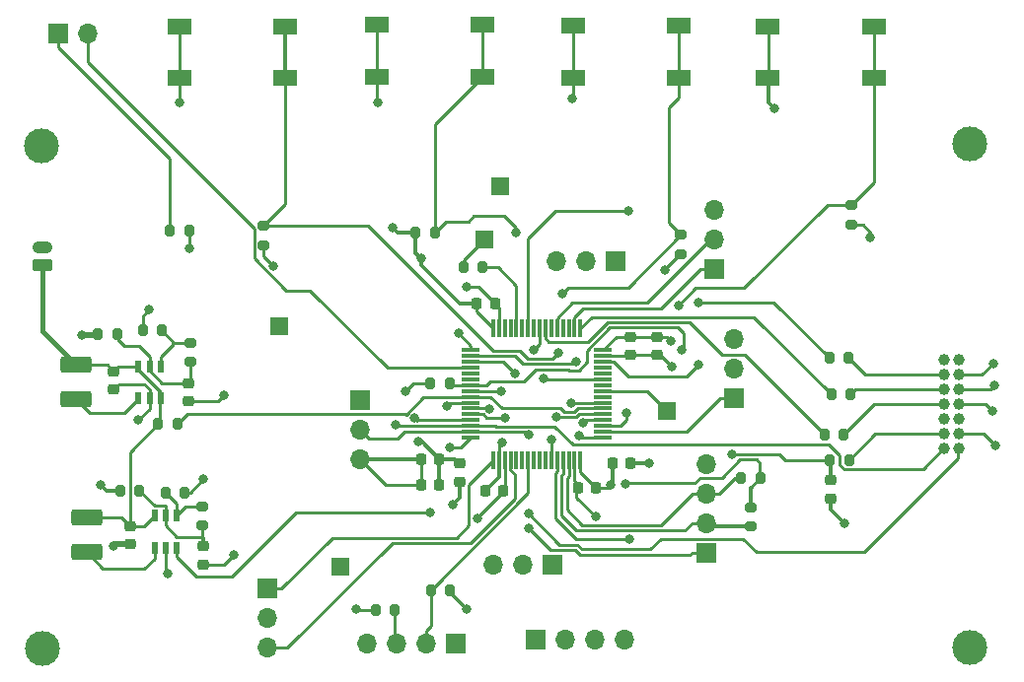
<source format=gbr>
%TF.GenerationSoftware,KiCad,Pcbnew,8.0.6*%
%TF.CreationDate,2024-12-13T11:58:04-05:00*%
%TF.ProjectId,11_9_design,31315f39-5f64-4657-9369-676e2e6b6963,v6*%
%TF.SameCoordinates,Original*%
%TF.FileFunction,Copper,L1,Top*%
%TF.FilePolarity,Positive*%
%FSLAX46Y46*%
G04 Gerber Fmt 4.6, Leading zero omitted, Abs format (unit mm)*
G04 Created by KiCad (PCBNEW 8.0.6) date 2024-12-13 11:58:04*
%MOMM*%
%LPD*%
G01*
G04 APERTURE LIST*
G04 Aperture macros list*
%AMRoundRect*
0 Rectangle with rounded corners*
0 $1 Rounding radius*
0 $2 $3 $4 $5 $6 $7 $8 $9 X,Y pos of 4 corners*
0 Add a 4 corners polygon primitive as box body*
4,1,4,$2,$3,$4,$5,$6,$7,$8,$9,$2,$3,0*
0 Add four circle primitives for the rounded corners*
1,1,$1+$1,$2,$3*
1,1,$1+$1,$4,$5*
1,1,$1+$1,$6,$7*
1,1,$1+$1,$8,$9*
0 Add four rect primitives between the rounded corners*
20,1,$1+$1,$2,$3,$4,$5,0*
20,1,$1+$1,$4,$5,$6,$7,0*
20,1,$1+$1,$6,$7,$8,$9,0*
20,1,$1+$1,$8,$9,$2,$3,0*%
G04 Aperture macros list end*
%TA.AperFunction,ComponentPad*%
%ADD10C,3.000000*%
%TD*%
%TA.AperFunction,ComponentPad*%
%ADD11C,1.000000*%
%TD*%
%TA.AperFunction,ComponentPad*%
%ADD12R,1.700000X1.700000*%
%TD*%
%TA.AperFunction,ComponentPad*%
%ADD13O,1.700000X1.700000*%
%TD*%
%TA.AperFunction,SMDPad,CuDef*%
%ADD14RoundRect,0.200000X0.200000X0.275000X-0.200000X0.275000X-0.200000X-0.275000X0.200000X-0.275000X0*%
%TD*%
%TA.AperFunction,SMDPad,CuDef*%
%ADD15RoundRect,0.200000X0.275000X-0.200000X0.275000X0.200000X-0.275000X0.200000X-0.275000X-0.200000X0*%
%TD*%
%TA.AperFunction,SMDPad,CuDef*%
%ADD16RoundRect,0.200000X-0.275000X0.200000X-0.275000X-0.200000X0.275000X-0.200000X0.275000X0.200000X0*%
%TD*%
%TA.AperFunction,SMDPad,CuDef*%
%ADD17RoundRect,0.225000X0.225000X0.250000X-0.225000X0.250000X-0.225000X-0.250000X0.225000X-0.250000X0*%
%TD*%
%TA.AperFunction,SMDPad,CuDef*%
%ADD18RoundRect,0.218750X-0.256250X0.218750X-0.256250X-0.218750X0.256250X-0.218750X0.256250X0.218750X0*%
%TD*%
%TA.AperFunction,ComponentPad*%
%ADD19RoundRect,0.250000X0.615000X-0.265000X0.615000X0.265000X-0.615000X0.265000X-0.615000X-0.265000X0*%
%TD*%
%TA.AperFunction,ComponentPad*%
%ADD20O,1.730000X1.030000*%
%TD*%
%TA.AperFunction,SMDPad,CuDef*%
%ADD21RoundRect,0.200000X-0.200000X-0.275000X0.200000X-0.275000X0.200000X0.275000X-0.200000X0.275000X0*%
%TD*%
%TA.AperFunction,SMDPad,CuDef*%
%ADD22RoundRect,0.250001X-1.074999X0.462499X-1.074999X-0.462499X1.074999X-0.462499X1.074999X0.462499X0*%
%TD*%
%TA.AperFunction,ComponentPad*%
%ADD23RoundRect,0.250000X-0.550000X-0.550000X0.550000X-0.550000X0.550000X0.550000X-0.550000X0.550000X0*%
%TD*%
%TA.AperFunction,SMDPad,CuDef*%
%ADD24RoundRect,0.225000X-0.250000X0.225000X-0.250000X-0.225000X0.250000X-0.225000X0.250000X0.225000X0*%
%TD*%
%TA.AperFunction,SMDPad,CuDef*%
%ADD25RoundRect,0.075000X-0.700000X-0.075000X0.700000X-0.075000X0.700000X0.075000X-0.700000X0.075000X0*%
%TD*%
%TA.AperFunction,SMDPad,CuDef*%
%ADD26RoundRect,0.075000X-0.075000X-0.700000X0.075000X-0.700000X0.075000X0.700000X-0.075000X0.700000X0*%
%TD*%
%TA.AperFunction,SMDPad,CuDef*%
%ADD27R,2.108200X1.397000*%
%TD*%
%TA.AperFunction,SMDPad,CuDef*%
%ADD28RoundRect,0.225000X-0.225000X-0.250000X0.225000X-0.250000X0.225000X0.250000X-0.225000X0.250000X0*%
%TD*%
%TA.AperFunction,SMDPad,CuDef*%
%ADD29R,0.599999X1.000000*%
%TD*%
%TA.AperFunction,ViaPad*%
%ADD30C,0.800000*%
%TD*%
%TA.AperFunction,Conductor*%
%ADD31C,0.250000*%
%TD*%
%TA.AperFunction,Conductor*%
%ADD32C,0.300000*%
%TD*%
%TA.AperFunction,Conductor*%
%ADD33C,0.500000*%
%TD*%
%TA.AperFunction,Conductor*%
%ADD34C,0.381000*%
%TD*%
G04 APERTURE END LIST*
D10*
%TO.P,,*%
%TO.N,GND*%
X135300000Y-88900000D03*
%TD*%
%TO.P,,*%
%TO.N,GND*%
X135300000Y-132100000D03*
%TD*%
%TO.P,,*%
%TO.N,GND*%
X55700000Y-132200000D03*
%TD*%
%TO.P,,*%
%TO.N,GND*%
X55650000Y-89050000D03*
%TD*%
D11*
%TO.P,J12,1,Pin_1*%
%TO.N,unconnected-(J12-Pin_1-Pad1)*%
X134320000Y-107380000D03*
%TO.P,J12,2,Pin_2*%
%TO.N,unconnected-(J12-Pin_2-Pad2)*%
X133050000Y-107380000D03*
%TO.P,J12,3,Pin_3*%
%TO.N,+3.3V*%
X134320000Y-108650000D03*
%TO.P,J12,4,Pin_4*%
%TO.N,Net-(J12-Pin_4)*%
X133050000Y-108650000D03*
%TO.P,J12,5,Pin_5*%
%TO.N,GND*%
X134320000Y-109920000D03*
%TO.P,J12,6,Pin_6*%
%TO.N,Net-(J12-Pin_6)*%
X133050000Y-109920000D03*
%TO.P,J12,7,Pin_7*%
%TO.N,GND*%
X134320000Y-111190000D03*
%TO.P,J12,8,Pin_8*%
%TO.N,Net-(J12-Pin_8)*%
X133050000Y-111190000D03*
%TO.P,J12,9,Pin_9*%
%TO.N,unconnected-(J12-Pin_9-Pad9)*%
X134320000Y-112460000D03*
%TO.P,J12,10,Pin_10*%
%TO.N,unconnected-(J12-Pin_10-Pad10)*%
X133050000Y-112460000D03*
%TO.P,J12,11,Pin_11*%
%TO.N,GND*%
X134320000Y-113730000D03*
%TO.P,J12,12,Pin_12*%
%TO.N,Net-(J12-Pin_12)*%
X133050000Y-113730000D03*
%TO.P,J12,13,Pin_13*%
%TO.N,/A1_UART4_RX*%
X134320000Y-115000000D03*
%TO.P,J12,14,Pin_14*%
%TO.N,/A0_UART4_TX*%
X133050000Y-115000000D03*
%TD*%
D12*
%TO.P,J5,1,Pin_1*%
%TO.N,Net-(J5-Pin_1)*%
X57075000Y-79350000D03*
D13*
%TO.P,J5,2,Pin_2*%
%TO.N,GPIO_OUT_C15*%
X59615000Y-79350000D03*
%TD*%
D14*
%TO.P,R10,1*%
%TO.N,Net-(J12-Pin_12)*%
X124943300Y-116030000D03*
%TO.P,R10,2*%
%TO.N,/NRST*%
X123293300Y-116030000D03*
%TD*%
D15*
%TO.P,R15,1*%
%TO.N,Net-(U4-VOUT)*%
X69450000Y-121675000D03*
%TO.P,R15,2*%
%TO.N,Net-(U4-FB)*%
X69450000Y-120025000D03*
%TD*%
D16*
%TO.P,R5,2*%
%TO.N,/I2C4_SCL*%
X116475000Y-121750000D03*
%TO.P,R5,1*%
%TO.N,GPIO_OUT_C13*%
X116475000Y-120100000D03*
%TD*%
D17*
%TO.P,C1,1*%
%TO.N,+3.3V*%
X95243300Y-118630000D03*
%TO.P,C1,2*%
%TO.N,GND*%
X93693300Y-118630000D03*
%TD*%
D15*
%TO.P,R19,1*%
%TO.N,+3.3V*%
X125100000Y-95775000D03*
%TO.P,R19,2*%
%TO.N,GPIO_IN_B2*%
X125100000Y-94125000D03*
%TD*%
D12*
%TO.P,J4,1,Pin_1*%
%TO.N,/A0_UART4_TX*%
X82918300Y-110840000D03*
D13*
%TO.P,J4,2,Pin_2*%
%TO.N,/A1_UART4_RX*%
X82918300Y-113380000D03*
%TO.P,J4,3,Pin_3*%
%TO.N,GND*%
X82918300Y-115920000D03*
%TD*%
D18*
%TO.P,FB1,1*%
%TO.N,+3.3VA*%
X91493300Y-116305000D03*
%TO.P,FB1,2*%
%TO.N,+3.3V*%
X91493300Y-117880000D03*
%TD*%
D19*
%TO.P,J11,1,Pin_1*%
%TO.N,Net-(J11-Pin_1)*%
X55718300Y-99280000D03*
D20*
%TO.P,J11,2,Pin_2*%
%TO.N,GND*%
X55718300Y-97780000D03*
%TD*%
D21*
%TO.P,R18,1*%
%TO.N,+3.3V*%
X87718300Y-96480000D03*
%TO.P,R18,2*%
%TO.N,GPIO_IN_A10*%
X89368300Y-96480000D03*
%TD*%
D22*
%TO.P,L2,1,1*%
%TO.N,Net-(J11-Pin_1)*%
X59468300Y-120955000D03*
%TO.P,L2,2,2*%
%TO.N,Net-(U4-SW)*%
X59468300Y-123930000D03*
%TD*%
D21*
%TO.P,R16,1*%
%TO.N,Net-(U4-FB)*%
X66268300Y-118830000D03*
%TO.P,R16,2*%
%TO.N,GND*%
X67918300Y-118830000D03*
%TD*%
D17*
%TO.P,C10,1*%
%TO.N,+3.3VA*%
X89743300Y-115930000D03*
%TO.P,C10,2*%
%TO.N,GND*%
X88193300Y-115930000D03*
%TD*%
D23*
%TO.P,J7,1,Pin_1*%
%TO.N,Net-(J7-Pin_1)*%
X93650000Y-97100000D03*
%TD*%
D21*
%TO.P,R4,1*%
%TO.N,+5V*%
X62368300Y-118680000D03*
%TO.P,R4,2*%
%TO.N,Net-(U4-VOUT)*%
X64018300Y-118680000D03*
%TD*%
D24*
%TO.P,CO1,1*%
%TO.N,Net-(U3-VOUT)*%
X68268300Y-109405000D03*
%TO.P,CO1,2*%
%TO.N,GND*%
X68268300Y-110955000D03*
%TD*%
D21*
%TO.P,R3,1*%
%TO.N,+5V*%
X84275000Y-128950000D03*
%TO.P,R3,2*%
%TO.N,/I2C3_SDA*%
X85925000Y-128950000D03*
%TD*%
D14*
%TO.P,R7,2*%
%TO.N,/I2C4_SDA*%
X115643300Y-117580000D03*
%TO.P,R7,1*%
%TO.N,GPIO_OUT_C13*%
X117293300Y-117580000D03*
%TD*%
D22*
%TO.P,L1,1,1*%
%TO.N,Net-(J11-Pin_1)*%
X58618300Y-107842500D03*
%TO.P,L1,2,2*%
%TO.N,Net-(U3-SW)*%
X58618300Y-110817500D03*
%TD*%
D15*
%TO.P,R21,1*%
%TO.N,+3.3V*%
X74668300Y-97555000D03*
%TO.P,R21,2*%
%TO.N,GPIO_IN_C6*%
X74668300Y-95905000D03*
%TD*%
D24*
%TO.P,C5,1*%
%TO.N,+3.3V*%
X108418300Y-105455000D03*
%TO.P,C5,2*%
%TO.N,GND*%
X108418300Y-107005000D03*
%TD*%
D12*
%TO.P,J1,1,Pin_1*%
%TO.N,GPIO_OUT_B15*%
X98010000Y-131450000D03*
D13*
%TO.P,J1,2,Pin_2*%
%TO.N,/I2C4_SCL*%
X100550000Y-131450000D03*
%TO.P,J1,3,Pin_3*%
%TO.N,/I2C4_SDA*%
X103090000Y-131450000D03*
%TO.P,J1,4,Pin_4*%
%TO.N,GND*%
X105630000Y-131450000D03*
%TD*%
D24*
%TO.P,C6,1*%
%TO.N,+3.3V*%
X106118300Y-105430000D03*
%TO.P,C6,2*%
%TO.N,GND*%
X106118300Y-106980000D03*
%TD*%
D12*
%TO.P,J2,1,Pin_1*%
%TO.N,+5V*%
X91168300Y-131830000D03*
D13*
%TO.P,J2,2,Pin_2*%
%TO.N,/I2C3_SCL*%
X88628300Y-131830000D03*
%TO.P,J2,3,Pin_3*%
%TO.N,/I2C3_SDA*%
X86088300Y-131830000D03*
%TO.P,J2,4,Pin_4*%
%TO.N,GND*%
X83548300Y-131830000D03*
%TD*%
D24*
%TO.P,CO2,1*%
%TO.N,Net-(U4-VOUT)*%
X69518300Y-123430000D03*
%TO.P,CO2,2*%
%TO.N,GND*%
X69518300Y-124980000D03*
%TD*%
D12*
%TO.P,J10,1,Pin_1*%
%TO.N,GPIO_OUT_B13*%
X115068300Y-110705000D03*
D13*
%TO.P,J10,2,Pin_2*%
%TO.N,/ADC1_IN3*%
X115068300Y-108165000D03*
%TO.P,J10,3,Pin_3*%
%TO.N,GND*%
X115068300Y-105625000D03*
%TD*%
D14*
%TO.P,R1,1*%
%TO.N,+5V*%
X90693300Y-127180000D03*
%TO.P,R1,2*%
%TO.N,/I2C3_SCL*%
X89043300Y-127180000D03*
%TD*%
D25*
%TO.P,U1,1,VBAT*%
%TO.N,+3.3V*%
X92450000Y-106600000D03*
%TO.P,U1,2,PC13*%
%TO.N,GPIO_OUT_C13*%
X92450000Y-107100000D03*
%TO.P,U1,3,PC14*%
%TO.N,GPIO_OUT_C14*%
X92450000Y-107600000D03*
%TO.P,U1,4,PC15*%
%TO.N,GPIO_OUT_C15*%
X92450000Y-108100000D03*
%TO.P,U1,5,PH0*%
%TO.N,unconnected-(U1-PH0-Pad5)*%
X92450000Y-108600000D03*
%TO.P,U1,6,PH1*%
%TO.N,unconnected-(U1-PH1-Pad6)*%
X92450000Y-109100000D03*
%TO.P,U1,7,NRST*%
%TO.N,/NRST*%
X92450000Y-109600000D03*
%TO.P,U1,8,PC0*%
%TO.N,/ADC1_IN1*%
X92450000Y-110100000D03*
%TO.P,U1,9,PC1*%
%TO.N,power_to_adc*%
X92450000Y-110600000D03*
%TO.P,U1,10,PC2*%
%TO.N,/ADC1_IN3*%
X92450000Y-111100000D03*
%TO.P,U1,11,PC3*%
%TO.N,/ADC1_IN4*%
X92450000Y-111600000D03*
%TO.P,U1,12,VSSA*%
%TO.N,GND*%
X92450000Y-112100000D03*
%TO.P,U1,13,VDDA*%
%TO.N,+3.3VA*%
X92450000Y-112600000D03*
%TO.P,U1,14,PA0*%
%TO.N,/A0_UART4_TX*%
X92450000Y-113100000D03*
%TO.P,U1,15,PA1*%
%TO.N,/A1_UART4_RX*%
X92450000Y-113600000D03*
%TO.P,U1,16,PA2*%
%TO.N,/GPIO_IN_A2*%
X92450000Y-114100000D03*
D26*
%TO.P,U1,17,PA3*%
%TO.N,/GPIO_IN_A3*%
X94375000Y-116025000D03*
%TO.P,U1,18,VSS*%
%TO.N,GND*%
X94875000Y-116025000D03*
%TO.P,U1,19,VDD*%
%TO.N,+3.3V*%
X95375000Y-116025000D03*
%TO.P,U1,20,PA4*%
%TO.N,/GPIO_IN_A4*%
X95875000Y-116025000D03*
%TO.P,U1,21,PA5*%
%TO.N,unconnected-(U1-PA5-Pad21)*%
X96375000Y-116025000D03*
%TO.P,U1,22,PA6*%
%TO.N,unconnected-(U1-PA6-Pad22)*%
X96875000Y-116025000D03*
%TO.P,U1,23,PA7*%
%TO.N,/I2C3_SCL*%
X97375000Y-116025000D03*
%TO.P,U1,24,PC4*%
%TO.N,unconnected-(U1-PC4-Pad24)*%
X97875000Y-116025000D03*
%TO.P,U1,25,PC5*%
%TO.N,unconnected-(U1-PC5-Pad25)*%
X98375000Y-116025000D03*
%TO.P,U1,26,PB0*%
%TO.N,GPIO_OUT_B0*%
X98875000Y-116025000D03*
%TO.P,U1,27,PB1*%
%TO.N,GPIO_IN_B1*%
X99375000Y-116025000D03*
%TO.P,U1,28,PB2*%
%TO.N,GPIO_IN_B2*%
X99875000Y-116025000D03*
%TO.P,U1,29,PB10*%
%TO.N,/I2C4_SCL*%
X100375000Y-116025000D03*
%TO.P,U1,30,PB11*%
%TO.N,/I2C4_SDA*%
X100875000Y-116025000D03*
%TO.P,U1,31,VSS*%
%TO.N,GND*%
X101375000Y-116025000D03*
%TO.P,U1,32,VDD*%
%TO.N,+3.3V*%
X101875000Y-116025000D03*
D25*
%TO.P,U1,33,PB12*%
%TO.N,GPIO_OUT_B12*%
X103800000Y-114100000D03*
%TO.P,U1,34,PB13*%
%TO.N,GPIO_OUT_B13*%
X103800000Y-113600000D03*
%TO.P,U1,35,PB14*%
%TO.N,GPIO_OUT_B14*%
X103800000Y-113100000D03*
%TO.P,U1,36,PB15*%
%TO.N,GPIO_OUT_B15*%
X103800000Y-112600000D03*
%TO.P,U1,37,PC6*%
%TO.N,GPIO_IN_C6*%
X103800000Y-112100000D03*
%TO.P,U1,38,PC7*%
%TO.N,power_to_adc*%
X103800000Y-111600000D03*
%TO.P,U1,39,PC8*%
%TO.N,GPO_5V_EN*%
X103800000Y-111100000D03*
%TO.P,U1,40,PC9*%
%TO.N,unconnected-(U1-PC9-Pad40)*%
X103800000Y-110600000D03*
%TO.P,U1,41,PA8*%
%TO.N,/STM_CLK*%
X103800000Y-110100000D03*
%TO.P,U1,42,PA9*%
%TO.N,unconnected-(U1-PA9-Pad42)*%
X103800000Y-109600000D03*
%TO.P,U1,43,PA10*%
%TO.N,GPIO_IN_A10*%
X103800000Y-109100000D03*
%TO.P,U1,44,PA11*%
%TO.N,unconnected-(U1-PA11-Pad44)*%
X103800000Y-108600000D03*
%TO.P,U1,45,PA12*%
%TO.N,unconnected-(U1-PA12-Pad45)*%
X103800000Y-108100000D03*
%TO.P,U1,46,PA13*%
%TO.N,/SW_DIO*%
X103800000Y-107600000D03*
%TO.P,U1,47,VSS*%
%TO.N,GND*%
X103800000Y-107100000D03*
%TO.P,U1,48,VDDUSB*%
%TO.N,+3.3V*%
X103800000Y-106600000D03*
D26*
%TO.P,U1,49,PA14*%
%TO.N,/SW_CLK*%
X101875000Y-104675000D03*
%TO.P,U1,50,PA15*%
%TO.N,/GPIO_OUT_A15*%
X101375000Y-104675000D03*
%TO.P,U1,51,PC10*%
%TO.N,unconnected-(U1-PC10-Pad51)*%
X100875000Y-104675000D03*
%TO.P,U1,52,PC11*%
%TO.N,unconnected-(U1-PC11-Pad52)*%
X100375000Y-104675000D03*
%TO.P,U1,53,PC12*%
%TO.N,/GPIO_OUT_C12*%
X99875000Y-104675000D03*
%TO.P,U1,54,PD2*%
%TO.N,unconnected-(U1-PD2-Pad54)*%
X99375000Y-104675000D03*
%TO.P,U1,55,PB3*%
%TO.N,/SWO*%
X98875000Y-104675000D03*
%TO.P,U1,56,PB4*%
%TO.N,/I2C3_SDA*%
X98375000Y-104675000D03*
%TO.P,U1,57,PB5*%
%TO.N,unconnected-(U1-PB5-Pad57)*%
X97875000Y-104675000D03*
%TO.P,U1,58,PB6*%
%TO.N,/GPIO_OUT_B6*%
X97375000Y-104675000D03*
%TO.P,U1,59,PB7*%
%TO.N,unconnected-(U1-PB7-Pad59)*%
X96875000Y-104675000D03*
%TO.P,U1,60,PH3*%
%TO.N,/SW_BOOT0*%
X96375000Y-104675000D03*
%TO.P,U1,61,PB8*%
%TO.N,unconnected-(U1-PB8-Pad61)*%
X95875000Y-104675000D03*
%TO.P,U1,62,PB9*%
%TO.N,unconnected-(U1-PB9-Pad62)*%
X95375000Y-104675000D03*
%TO.P,U1,63,VSS*%
%TO.N,GND*%
X94875000Y-104675000D03*
%TO.P,U1,64,VDD*%
%TO.N,+3.3V*%
X94375000Y-104675000D03*
%TD*%
D14*
%TO.P,R9,1*%
%TO.N,Net-(J12-Pin_4)*%
X124893300Y-107280000D03*
%TO.P,R9,2*%
%TO.N,/SW_DIO*%
X123243300Y-107280000D03*
%TD*%
%TO.P,R11,1*%
%TO.N,Net-(J12-Pin_6)*%
X125043300Y-110380000D03*
%TO.P,R11,2*%
%TO.N,/SW_CLK*%
X123393300Y-110380000D03*
%TD*%
D23*
%TO.P,J15,1,Pin_1*%
%TO.N,/STM_CLK*%
X109318300Y-111780000D03*
%TD*%
D12*
%TO.P,J6,1,Pin_1*%
%TO.N,GPIO_OUT_B14*%
X104893300Y-98980000D03*
D13*
%TO.P,J6,2,Pin_2*%
%TO.N,/ADC1_IN1*%
X102353300Y-98980000D03*
%TO.P,J6,3,Pin_3*%
%TO.N,GND*%
X99813300Y-98980000D03*
%TD*%
D15*
%TO.P,R13,1*%
%TO.N,Net-(U3-VOUT)*%
X68368300Y-107580000D03*
%TO.P,R13,2*%
%TO.N,Net-(U3-FB)*%
X68368300Y-105930000D03*
%TD*%
D21*
%TO.P,R6,1*%
%TO.N,Net-(J5-Pin_1)*%
X66625000Y-96350000D03*
%TO.P,R6,2*%
%TO.N,GND*%
X68275000Y-96350000D03*
%TD*%
%TO.P,R2,1*%
%TO.N,+3.3V*%
X60475000Y-105250000D03*
%TO.P,R2,2*%
%TO.N,Net-(U3-VOUT)*%
X62125000Y-105250000D03*
%TD*%
D27*
%TO.P,S4,1*%
%TO.N,GND*%
X117953400Y-78764800D03*
%TO.P,S4,2*%
%TO.N,GPIO_IN_B2*%
X127046600Y-78764800D03*
%TO.P,S4,3*%
%TO.N,GND*%
X117953400Y-83235200D03*
%TO.P,S4,4*%
%TO.N,GPIO_IN_B2*%
X127046600Y-83235200D03*
%TD*%
D15*
%TO.P,R17,1*%
%TO.N,+3.3V*%
X110518300Y-98330000D03*
%TO.P,R17,2*%
%TO.N,GPIO_IN_B1*%
X110518300Y-96680000D03*
%TD*%
D12*
%TO.P,J3,1,Pin_1*%
%TO.N,GPIO_OUT_C14*%
X112638300Y-123980000D03*
D13*
%TO.P,J3,2,Pin_2*%
%TO.N,/I2C4_SCL*%
X112638300Y-121440000D03*
%TO.P,J3,3,Pin_3*%
%TO.N,/I2C4_SDA*%
X112638300Y-118900000D03*
%TO.P,J3,4,Pin_4*%
%TO.N,GND*%
X112638300Y-116360000D03*
%TD*%
D17*
%TO.P,C9,1*%
%TO.N,+3.3VA*%
X89725000Y-118150000D03*
%TO.P,C9,2*%
%TO.N,GND*%
X88175000Y-118150000D03*
%TD*%
D21*
%TO.P,R20,1*%
%TO.N,Net-(J11-Pin_1)*%
X65643300Y-112930000D03*
%TO.P,R20,2*%
%TO.N,power_to_adc*%
X67293300Y-112930000D03*
%TD*%
D14*
%TO.P,R8,1*%
%TO.N,/SW_BOOT0*%
X93500000Y-99450000D03*
%TO.P,R8,2*%
%TO.N,Net-(J7-Pin_1)*%
X91850000Y-99450000D03*
%TD*%
D12*
%TO.P,J23,1,Pin_1*%
%TO.N,/GPIO_OUT_A15*%
X113318300Y-99605000D03*
D13*
%TO.P,J23,2,Pin_2*%
%TO.N,/GPIO_OUT_C12*%
X113318300Y-97065000D03*
%TO.P,J23,3,Pin_3*%
%TO.N,/GPIO_OUT_B6*%
X113318300Y-94525000D03*
%TD*%
D12*
%TO.P,J9,1,Pin_1*%
%TO.N,GPIO_OUT_B12*%
X99508300Y-124980000D03*
D13*
%TO.P,J9,2,Pin_2*%
%TO.N,/ADC1_IN4*%
X96968300Y-124980000D03*
%TO.P,J9,3,Pin_3*%
%TO.N,GND*%
X94428300Y-124980000D03*
%TD*%
D28*
%TO.P,C3,1*%
%TO.N,+3.3V*%
X92968300Y-102580000D03*
%TO.P,C3,2*%
%TO.N,GND*%
X94518300Y-102580000D03*
%TD*%
D21*
%TO.P,R22,1*%
%TO.N,+3.3V*%
X88975000Y-109450000D03*
%TO.P,R22,2*%
%TO.N,/NRST*%
X90625000Y-109450000D03*
%TD*%
D14*
%TO.P,R12,1*%
%TO.N,Net-(J12-Pin_8)*%
X124468300Y-113830000D03*
%TO.P,R12,2*%
%TO.N,/SWO*%
X122818300Y-113830000D03*
%TD*%
D23*
%TO.P,J13,1,Pin_1*%
%TO.N,+5V*%
X81268300Y-125180000D03*
%TD*%
%TO.P,J14,1,Pin_1*%
%TO.N,+3.3V*%
X95000000Y-92500000D03*
%TD*%
D14*
%TO.P,R14,1*%
%TO.N,Net-(U3-FB)*%
X65943300Y-104880000D03*
%TO.P,R14,2*%
%TO.N,GND*%
X64293300Y-104880000D03*
%TD*%
D24*
%TO.P,CI2,1*%
%TO.N,Net-(J11-Pin_1)*%
X63218300Y-121680000D03*
%TO.P,CI2,2*%
%TO.N,GND*%
X63218300Y-123230000D03*
%TD*%
D23*
%TO.P,J8,1,Pin_1*%
%TO.N,GND*%
X76000000Y-104550000D03*
%TD*%
D12*
%TO.P,J22,1,Pin_1*%
%TO.N,/GPIO_IN_A3*%
X75018300Y-127080000D03*
D13*
%TO.P,J22,2,Pin_2*%
%TO.N,/GPIO_IN_A2*%
X75018300Y-129620000D03*
%TO.P,J22,3,Pin_3*%
%TO.N,/GPIO_IN_A4*%
X75018300Y-132160000D03*
%TD*%
D24*
%TO.P,C7,1*%
%TO.N,/NRST*%
X123325000Y-117775000D03*
%TO.P,C7,2*%
%TO.N,GND*%
X123325000Y-119325000D03*
%TD*%
D27*
%TO.P,S2,1*%
%TO.N,GND*%
X84403400Y-78614800D03*
%TO.P,S2,2*%
%TO.N,GPIO_IN_A10*%
X93496600Y-78614800D03*
%TO.P,S2,3*%
%TO.N,GND*%
X84403400Y-83085200D03*
%TO.P,S2,4*%
%TO.N,GPIO_IN_A10*%
X93496600Y-83085200D03*
%TD*%
D17*
%TO.P,C4,1*%
%TO.N,+3.3V*%
X103225000Y-118400000D03*
%TO.P,C4,2*%
%TO.N,GND*%
X101675000Y-118400000D03*
%TD*%
D24*
%TO.P,CI1,1*%
%TO.N,Net-(J11-Pin_1)*%
X61818300Y-108405000D03*
%TO.P,CI1,2*%
%TO.N,GND*%
X61818300Y-109955000D03*
%TD*%
D28*
%TO.P,C11,1*%
%TO.N,+3.3V*%
X104643300Y-116280000D03*
%TO.P,C11,2*%
%TO.N,GND*%
X106193300Y-116280000D03*
%TD*%
D27*
%TO.P,S3,1*%
%TO.N,GND*%
X101206800Y-78729600D03*
%TO.P,S3,2*%
%TO.N,GPIO_IN_B1*%
X110300000Y-78729600D03*
%TO.P,S3,3*%
%TO.N,GND*%
X101206800Y-83200000D03*
%TO.P,S3,4*%
%TO.N,GPIO_IN_B1*%
X110300000Y-83200000D03*
%TD*%
D29*
%TO.P,U4,1,SW*%
%TO.N,Net-(U4-SW)*%
X65318299Y-123555001D03*
%TO.P,U4,2,GND*%
%TO.N,GND*%
X66268300Y-123555001D03*
%TO.P,U4,3,EN*%
%TO.N,GPO_5V_EN*%
X67218298Y-123555001D03*
%TO.P,U4,4,FB*%
%TO.N,Net-(U4-FB)*%
X67218298Y-120805001D03*
%TO.P,U4,5,VOUT*%
%TO.N,Net-(U4-VOUT)*%
X66268300Y-120805001D03*
%TO.P,U4,6,VBAT*%
%TO.N,Net-(J11-Pin_1)*%
X65318299Y-120805001D03*
%TD*%
%TO.P,U3,1,SW*%
%TO.N,Net-(U3-SW)*%
X63949999Y-110725001D03*
%TO.P,U3,2,GND*%
%TO.N,GND*%
X64900000Y-110725001D03*
%TO.P,U3,3,EN*%
%TO.N,Net-(J11-Pin_1)*%
X65849998Y-110725001D03*
%TO.P,U3,4,FB*%
%TO.N,Net-(U3-FB)*%
X65849998Y-107975001D03*
%TO.P,U3,5,VOUT*%
%TO.N,Net-(U3-VOUT)*%
X64900000Y-107975001D03*
%TO.P,U3,6,VBAT*%
%TO.N,Net-(J11-Pin_1)*%
X63949999Y-107975001D03*
%TD*%
D27*
%TO.P,S1,1*%
%TO.N,GND*%
X67453400Y-78764800D03*
%TO.P,S1,2*%
%TO.N,GPIO_IN_C6*%
X76546600Y-78764800D03*
%TO.P,S1,3*%
%TO.N,GND*%
X67453400Y-83235200D03*
%TO.P,S1,4*%
%TO.N,GPIO_IN_C6*%
X76546600Y-83235200D03*
%TD*%
D30*
%TO.N,GND*%
X137250000Y-111800000D03*
X137450000Y-114750000D03*
X67500000Y-85300000D03*
X137400000Y-109650000D03*
%TO.N,+3.3V*%
X137300000Y-107750000D03*
%TO.N,GND*%
X118496600Y-85805700D03*
X95168300Y-114530000D03*
X84443200Y-85346600D03*
X71318300Y-110430000D03*
X69518300Y-117680000D03*
X101196600Y-84950000D03*
X107768300Y-116330000D03*
X109718300Y-108030000D03*
X124500000Y-121450000D03*
X66468300Y-125780000D03*
X72100000Y-124150000D03*
X92118300Y-101180000D03*
X61768300Y-123430000D03*
X68350000Y-97800000D03*
X64868300Y-103130000D03*
X95418300Y-112405000D03*
X63950000Y-112600000D03*
X103210200Y-120887200D03*
%TO.N,+3.3VA*%
X87645200Y-112391600D03*
X87986300Y-114449700D03*
%TO.N,/NRST*%
X110568300Y-106527400D03*
X114850000Y-115533200D03*
%TO.N,+5V*%
X60668300Y-118130000D03*
X82650000Y-128850000D03*
X92118300Y-128830000D03*
%TO.N,/I2C3_SDA*%
X97900000Y-106575000D03*
%TO.N,/GPIO_OUT_B6*%
X106000000Y-94600000D03*
%TO.N,/ADC1_IN4*%
X94069600Y-111630000D03*
%TO.N,/ADC1_IN1*%
X95048500Y-110131600D03*
%TO.N,/ADC1_IN3*%
X90377200Y-111374700D03*
%TO.N,/SW_DIO*%
X112015900Y-107862400D03*
X112015900Y-102462100D03*
%TO.N,GPIO_OUT_B15*%
X102093500Y-112825600D03*
%TO.N,GPIO_OUT_C14*%
X96239300Y-108581600D03*
X97400000Y-121900000D03*
%TO.N,GPIO_OUT_B14*%
X105845600Y-111945600D03*
%TO.N,/A0_UART4_TX*%
X85993900Y-113026700D03*
%TO.N,/A1_UART4_RX*%
X97416900Y-113869000D03*
X97416900Y-120650000D03*
%TO.N,GPIO_OUT_B12*%
X101758783Y-113951490D03*
%TO.N,GPIO_IN_B1*%
X99350000Y-114300000D03*
X100350000Y-101750000D03*
%TO.N,GPIO_IN_A10*%
X98713200Y-108984700D03*
X96350000Y-96450000D03*
%TO.N,GPIO_IN_B2*%
X106113900Y-122791100D03*
X110294300Y-102744300D03*
%TO.N,+3.3V*%
X126750000Y-96950000D03*
X75518300Y-99330000D03*
X59125000Y-105300000D03*
X91400000Y-105150000D03*
X88218300Y-98730000D03*
X109668300Y-105830000D03*
X109118300Y-99680000D03*
X93050000Y-121000000D03*
X85718300Y-96030000D03*
X86850000Y-110150000D03*
X90918300Y-119830000D03*
X104468300Y-118175000D03*
%TO.N,GPIO_OUT_C13*%
X105750000Y-118050000D03*
X101461600Y-107541900D03*
%TO.N,GPIO_IN_C6*%
X99813500Y-112288000D03*
X99962700Y-106809200D03*
%TO.N,/GPIO_IN_A2*%
X90693300Y-114943200D03*
%TO.N,GPO_5V_EN*%
X101044000Y-111130000D03*
X88950000Y-120550000D03*
%TD*%
D31*
%TO.N,Net-(J5-Pin_1)*%
X66625000Y-96350000D02*
X66625000Y-90125000D01*
X66625000Y-90125000D02*
X57075000Y-80575000D01*
X57075000Y-80575000D02*
X57075000Y-79350000D01*
%TO.N,GPIO_OUT_C15*%
X78650000Y-101450000D02*
X76612995Y-101450000D01*
X73868300Y-98705305D02*
X73868300Y-96118300D01*
X92450000Y-108100000D02*
X85300000Y-108100000D01*
X85300000Y-108100000D02*
X78650000Y-101450000D01*
X76612995Y-101450000D02*
X73868300Y-98705305D01*
X73868300Y-96118300D02*
X59615000Y-81865000D01*
X59615000Y-81865000D02*
X59615000Y-79350000D01*
%TO.N,GND*%
X68325000Y-96350000D02*
X68325000Y-97775000D01*
X68325000Y-97775000D02*
X68350000Y-97800000D01*
X88175000Y-118150000D02*
X85148300Y-118150000D01*
X85148300Y-118150000D02*
X82918300Y-115920000D01*
X88193300Y-115930000D02*
X88193300Y-118131700D01*
X88193300Y-118131700D02*
X88175000Y-118150000D01*
D32*
%TO.N,+3.3VA*%
X89743300Y-115930000D02*
X89743300Y-118131700D01*
X89743300Y-118131700D02*
X89725000Y-118150000D01*
D31*
%TO.N,GPIO_IN_C6*%
X76546600Y-83235200D02*
X76546600Y-94026700D01*
X76546600Y-94026700D02*
X74668300Y-95905000D01*
%TO.N,GPIO_IN_B2*%
X125100000Y-94125000D02*
X125125000Y-94125000D01*
X125125000Y-94125000D02*
X127046600Y-92203400D01*
X127046600Y-92203400D02*
X127046600Y-83235200D01*
%TO.N,GPIO_IN_B1*%
X109445700Y-85761800D02*
X110300000Y-84907500D01*
X110300000Y-84907500D02*
X110300000Y-83200000D01*
%TO.N,GPIO_IN_A10*%
X93496600Y-83085200D02*
X89368300Y-87213500D01*
X89368300Y-87213500D02*
X89368300Y-96480000D01*
%TO.N,/NRST*%
X118933200Y-115533200D02*
X119430000Y-116030000D01*
X119430000Y-116030000D02*
X123293300Y-116030000D01*
X114850000Y-115533200D02*
X118933200Y-115533200D01*
D32*
%TO.N,+3.3V*%
X87718300Y-96480000D02*
X86168300Y-96480000D01*
X86168300Y-96480000D02*
X85718300Y-96030000D01*
D31*
X125250000Y-95800000D02*
X126100000Y-95800000D01*
X126100000Y-95800000D02*
X126750000Y-96450000D01*
X126750000Y-96450000D02*
X126750000Y-96950000D01*
%TO.N,GPIO_IN_B2*%
X125100000Y-94125000D02*
X123061000Y-94125000D01*
X115930500Y-101255500D02*
X111783100Y-101255500D01*
X123061000Y-94125000D02*
X115930500Y-101255500D01*
X111783100Y-101255500D02*
X110294300Y-102744300D01*
%TO.N,GND*%
X101206800Y-83200000D02*
X101206800Y-84939800D01*
X101206800Y-84939800D02*
X101196600Y-84950000D01*
X136640000Y-111190000D02*
X137250000Y-111800000D01*
X134320000Y-111190000D02*
X136640000Y-111190000D01*
X136500000Y-113800000D02*
X137450000Y-114750000D01*
X135126183Y-113800000D02*
X136500000Y-113800000D01*
%TO.N,Net-(J12-Pin_6)*%
X133050000Y-109920000D02*
X125503300Y-109920000D01*
X125503300Y-109920000D02*
X125043300Y-110380000D01*
%TO.N,GPIO_IN_B1*%
X110518300Y-96680000D02*
X109445700Y-95607400D01*
X109445700Y-95607400D02*
X109445700Y-85761800D01*
%TO.N,GND*%
X84403400Y-83085200D02*
X84403400Y-85306800D01*
X84403400Y-85306800D02*
X84443200Y-85346600D01*
%TO.N,GPIO_IN_C6*%
X74400000Y-95636700D02*
X74668300Y-95905000D01*
%TO.N,GND*%
X67453400Y-85253400D02*
X67500000Y-85300000D01*
X67453400Y-83235200D02*
X67453400Y-85253400D01*
X68268300Y-110955000D02*
X70793300Y-110955000D01*
X70793300Y-110955000D02*
X71318300Y-110430000D01*
X67918300Y-118830000D02*
X68368300Y-118830000D01*
X68368300Y-118830000D02*
X69518300Y-117680000D01*
X66268300Y-123555001D02*
X66268300Y-125580000D01*
X66268300Y-125580000D02*
X66468300Y-125780000D01*
%TO.N,/A1_UART4_RX*%
X134300000Y-115070000D02*
X134300000Y-115896183D01*
X134300000Y-115896183D02*
X126246183Y-123950000D01*
X126246183Y-123950000D02*
X117012500Y-123950000D01*
%TO.N,Net-(J12-Pin_12)*%
X133030000Y-113800000D02*
X127173300Y-113800000D01*
X127173300Y-113800000D02*
X124943300Y-116030000D01*
%TO.N,Net-(J12-Pin_8)*%
X133030000Y-111260000D02*
X127038300Y-111260000D01*
X127038300Y-111260000D02*
X124468300Y-113830000D01*
%TO.N,/A0_UART4_TX*%
X133030000Y-115070000D02*
X131264200Y-116835800D01*
X95698605Y-113150000D02*
X94650000Y-113150000D01*
X124118300Y-115633900D02*
X123160890Y-114676490D01*
X124118300Y-116436200D02*
X124118300Y-115633900D01*
X131264200Y-116835800D02*
X124517900Y-116835800D01*
X101218190Y-114676490D02*
X99671700Y-113130000D01*
X123160890Y-114676490D02*
X101218190Y-114676490D01*
X99671700Y-113130000D02*
X95718605Y-113130000D01*
X124517900Y-116835800D02*
X124118300Y-116436200D01*
X94650000Y-113150000D02*
X94600000Y-113100000D01*
X95718605Y-113130000D02*
X95698605Y-113150000D01*
X94600000Y-113100000D02*
X92450000Y-113100000D01*
%TO.N,GND*%
X134300000Y-113800000D02*
X135126183Y-113800000D01*
X137060000Y-109990000D02*
X137400000Y-109650000D01*
X134300000Y-109990000D02*
X137060000Y-109990000D01*
%TO.N,+3.3V*%
X136330000Y-108720000D02*
X137300000Y-107750000D01*
X134300000Y-108720000D02*
X136330000Y-108720000D01*
%TO.N,Net-(J12-Pin_4)*%
X133030000Y-108720000D02*
X126333300Y-108720000D01*
X126333300Y-108720000D02*
X124893300Y-107280000D01*
D33*
%TO.N,GND*%
X61968300Y-123230000D02*
X61768300Y-123430000D01*
D31*
X106118300Y-106980000D02*
X105998300Y-107100000D01*
D32*
X118000000Y-83090900D02*
X118000000Y-85309100D01*
D31*
X71270000Y-124980000D02*
X72100000Y-124150000D01*
X64918300Y-110755001D02*
X64918300Y-111631700D01*
X108393300Y-106980000D02*
X106118300Y-106980000D01*
D32*
X123325000Y-120275000D02*
X123325000Y-119325000D01*
D31*
X94875000Y-116025000D02*
X94875000Y-117448300D01*
X69518300Y-124980000D02*
X71270000Y-124980000D01*
X93514295Y-112100000D02*
X93819295Y-112405000D01*
D32*
X107718300Y-116280000D02*
X107768300Y-116330000D01*
X93693300Y-118630000D02*
X94868300Y-117455000D01*
D31*
X84403400Y-78614800D02*
X84403400Y-83085200D01*
X101543300Y-117980000D02*
X101368300Y-117805000D01*
X106118300Y-106980000D02*
X105968300Y-107130000D01*
X64424999Y-109500000D02*
X62273300Y-109500000D01*
D32*
X84346600Y-85250000D02*
X84443200Y-85346600D01*
D31*
X61818300Y-109955000D02*
X62273300Y-109500000D01*
D32*
X94868300Y-117455000D02*
X94868300Y-116909820D01*
D31*
X108418300Y-107005000D02*
X108393300Y-106980000D01*
X92450000Y-112100000D02*
X93514295Y-112100000D01*
X67453400Y-78764800D02*
X67453400Y-83235200D01*
D32*
X88193300Y-115930000D02*
X82928300Y-115930000D01*
D31*
X94518300Y-102580000D02*
X93118300Y-101180000D01*
X108418300Y-107005000D02*
X108693300Y-107005000D01*
X101368300Y-117805000D02*
X101368300Y-116055000D01*
X101543300Y-119220300D02*
X103210200Y-120887200D01*
X93819295Y-112405000D02*
X95418300Y-112405000D01*
X94868300Y-102930000D02*
X94868300Y-104705000D01*
X64918300Y-111631700D02*
X63950000Y-112600000D01*
X105998300Y-107100000D02*
X103800000Y-107100000D01*
X94875000Y-114823300D02*
X95168300Y-114530000D01*
X94875000Y-116025000D02*
X94875000Y-114823300D01*
X101206800Y-78729600D02*
X101206800Y-83200000D01*
D32*
X82928300Y-115930000D02*
X82918300Y-115920000D01*
D31*
X101543300Y-117980000D02*
X101543300Y-119220300D01*
X118006800Y-78579600D02*
X118006800Y-83050000D01*
X64900000Y-109975001D02*
X64424999Y-109500000D01*
X93118300Y-101180000D02*
X92118300Y-101180000D01*
D32*
X124500000Y-121450000D02*
X123325000Y-120275000D01*
D31*
X64293300Y-103705000D02*
X64868300Y-103130000D01*
X64293300Y-104880000D02*
X64293300Y-103705000D01*
D32*
X118000000Y-85309100D02*
X118496600Y-85805700D01*
X106193300Y-116280000D02*
X107718300Y-116280000D01*
D31*
X94518300Y-102580000D02*
X94868300Y-102930000D01*
X64900000Y-110725001D02*
X64900000Y-109975001D01*
X94875000Y-117448300D02*
X94868300Y-117455000D01*
X108693300Y-107005000D02*
X109718300Y-108030000D01*
D33*
X63218300Y-123230000D02*
X61968300Y-123230000D01*
D32*
%TO.N,+3.3VA*%
X89793300Y-115980000D02*
X89743300Y-115930000D01*
D31*
X87853600Y-112600000D02*
X87645200Y-112391600D01*
X91168300Y-115980000D02*
X91493300Y-116305000D01*
D32*
X91118300Y-115930000D02*
X91493300Y-116305000D01*
X89743300Y-115930000D02*
X91118300Y-115930000D01*
D31*
X87883600Y-112630000D02*
X87645200Y-112391600D01*
X87986300Y-114449700D02*
X87986300Y-114723000D01*
D32*
X89743300Y-115930000D02*
X88263000Y-114449700D01*
X88263000Y-114449700D02*
X87986300Y-114449700D01*
D31*
X92450000Y-112600000D02*
X87853600Y-112600000D01*
%TO.N,/NRST*%
X94124100Y-109306600D02*
X93805700Y-109625000D01*
X90800000Y-109625000D02*
X90625000Y-109450000D01*
X98062000Y-108238000D02*
X96993400Y-109306600D01*
D32*
X123325000Y-117775000D02*
X123325000Y-116061700D01*
D31*
X93805700Y-109625000D02*
X90800000Y-109625000D01*
X101715100Y-108332400D02*
X100889100Y-108332400D01*
X100794700Y-108238000D02*
X98062000Y-108238000D01*
X96993400Y-109306600D02*
X94124100Y-109306600D01*
X100889100Y-108332400D02*
X100794700Y-108238000D01*
X110568300Y-106430000D02*
X110718300Y-106280000D01*
X110718300Y-105130000D02*
X110221200Y-104632900D01*
D32*
X123325000Y-116061700D02*
X123293300Y-116030000D01*
D31*
X110221200Y-104632900D02*
X104417100Y-104632900D01*
X102439800Y-107607700D02*
X101715100Y-108332400D01*
X102439800Y-106610200D02*
X102439800Y-107607700D01*
X110718300Y-106280000D02*
X110718300Y-105130000D01*
X104417100Y-104632900D02*
X102439800Y-106610200D01*
%TO.N,/I2C4_SCL*%
X100204100Y-117353400D02*
X100368300Y-117189200D01*
X100204100Y-120747300D02*
X100204100Y-117353400D01*
D32*
X116475000Y-121750000D02*
X112948300Y-121750000D01*
X112948300Y-121750000D02*
X112638300Y-121440000D01*
D31*
X100368300Y-117189200D02*
X100368300Y-116055000D01*
X112638300Y-121440000D02*
X111461600Y-121440000D01*
X111461600Y-121440000D02*
X110839400Y-122062200D01*
X101519000Y-122062200D02*
X100204100Y-120747300D01*
X110839400Y-122062200D02*
X101519000Y-122062200D01*
%TO.N,/I2C4_SDA*%
X100868300Y-117398500D02*
X100868300Y-116055000D01*
X113815000Y-118900000D02*
X115135000Y-117580000D01*
X102050500Y-121612200D02*
X100705600Y-120267300D01*
X112638300Y-118900000D02*
X113815000Y-118900000D01*
X100705600Y-117561200D02*
X100868300Y-117398500D01*
X112638300Y-118900000D02*
X111461600Y-118900000D01*
X108749400Y-121612200D02*
X102050500Y-121612200D01*
X100705600Y-120267300D02*
X100705600Y-117561200D01*
X115135000Y-117580000D02*
X115643300Y-117580000D01*
X111461600Y-118900000D02*
X108749400Y-121612200D01*
D32*
%TO.N,+5V*%
X90693300Y-127405000D02*
X92118300Y-128830000D01*
D31*
X82750000Y-128950000D02*
X82650000Y-128850000D01*
D32*
X90693300Y-127180000D02*
X90693300Y-127405000D01*
X62368300Y-118680000D02*
X61218300Y-118680000D01*
X61218300Y-118680000D02*
X60668300Y-118130000D01*
D31*
X84275000Y-128950000D02*
X82750000Y-128950000D01*
%TO.N,/I2C3_SCL*%
X88628300Y-131830000D02*
X88628300Y-130653300D01*
X88628300Y-130653300D02*
X89043300Y-130238300D01*
X89043300Y-127180000D02*
X97368300Y-118855000D01*
X89043300Y-130238300D02*
X89043300Y-127180000D01*
X97368300Y-118855000D02*
X97368300Y-116055000D01*
%TO.N,/I2C3_SDA*%
X98368300Y-106081700D02*
X98368300Y-104705000D01*
X97900000Y-106550000D02*
X98368300Y-106081700D01*
X97900000Y-106575000D02*
X97900000Y-106550000D01*
X85925000Y-128950000D02*
X85925000Y-131666700D01*
X85925000Y-131666700D02*
X86088300Y-131830000D01*
%TO.N,/STM_CLK*%
X103800000Y-110100000D02*
X107638300Y-110100000D01*
X107638300Y-110100000D02*
X109318300Y-111780000D01*
%TO.N,/GPIO_OUT_A15*%
X108773000Y-102973600D02*
X102136800Y-102973600D01*
X102136800Y-102973600D02*
X101368300Y-103742100D01*
X101368300Y-103742100D02*
X101368300Y-104705000D01*
X112141600Y-99605000D02*
X108773000Y-102973600D01*
X113318300Y-99605000D02*
X112141600Y-99605000D01*
%TO.N,/GPIO_OUT_C12*%
X113024100Y-97065000D02*
X113318300Y-97065000D01*
X101185336Y-102521900D02*
X107567200Y-102521900D01*
X99875000Y-104675000D02*
X99875000Y-103832236D01*
X99875000Y-103832236D02*
X101185336Y-102521900D01*
X107567200Y-102521900D02*
X113024100Y-97065000D01*
%TO.N,/GPIO_OUT_B6*%
X106000000Y-94600000D02*
X99750000Y-94600000D01*
X97368300Y-96981700D02*
X97368300Y-104705000D01*
X99750000Y-94600000D02*
X97368300Y-96981700D01*
%TO.N,/ADC1_IN4*%
X92450000Y-111600000D02*
X94039600Y-111600000D01*
X94039600Y-111600000D02*
X94069600Y-111630000D01*
%TO.N,/ADC1_IN1*%
X95048500Y-110131600D02*
X95016900Y-110100000D01*
X95016900Y-110100000D02*
X92450000Y-110100000D01*
%TO.N,/ADC1_IN3*%
X90651900Y-111100000D02*
X90377200Y-111374700D01*
X92450000Y-111100000D02*
X90651900Y-111100000D01*
%TO.N,/SW_DIO*%
X104737700Y-107600000D02*
X103800000Y-107600000D01*
X106017700Y-108880000D02*
X104737700Y-107600000D01*
X123243300Y-107280000D02*
X118425400Y-102462100D01*
X106017700Y-108880000D02*
X110998300Y-108880000D01*
X118425400Y-102462100D02*
X112015900Y-102462100D01*
X110998300Y-108880000D02*
X112015900Y-107862400D01*
%TO.N,/SW_CLK*%
X116742800Y-103729500D02*
X102843800Y-103729500D01*
X123393300Y-110380000D02*
X116742800Y-103729500D01*
X102843800Y-103729500D02*
X101868300Y-104705000D01*
%TO.N,Net-(J11-Pin_1)*%
X63218300Y-115355000D02*
X65643300Y-112930000D01*
X65750000Y-110824999D02*
X65849998Y-110725001D01*
X63218300Y-121680000D02*
X63218300Y-115355000D01*
X62493300Y-120955000D02*
X63218300Y-121680000D01*
X59468300Y-120955000D02*
X62493300Y-120955000D01*
X64443300Y-121680000D02*
X65318299Y-120805001D01*
X63218300Y-121680000D02*
X64443300Y-121680000D01*
D34*
X55718300Y-99280000D02*
X55718300Y-104942500D01*
D31*
X62248299Y-107975001D02*
X61818300Y-108405000D01*
X65868298Y-110225000D02*
X63968299Y-108325001D01*
D34*
X55718300Y-104942500D02*
X58618300Y-107842500D01*
D31*
X65750000Y-112823300D02*
X65750000Y-110824999D01*
X63968299Y-107975001D02*
X62248299Y-107975001D01*
X61255800Y-107842500D02*
X61818300Y-108405000D01*
X65868298Y-110725001D02*
X65868298Y-110225000D01*
X65643300Y-112930000D02*
X65750000Y-112823300D01*
X63968299Y-108325001D02*
X63968299Y-107975001D01*
X58618300Y-107842500D02*
X61255800Y-107842500D01*
%TO.N,/SW_BOOT0*%
X94800000Y-99450000D02*
X96375000Y-101025000D01*
X93500000Y-99450000D02*
X94800000Y-99450000D01*
X96375000Y-101025000D02*
X96375000Y-104675000D01*
%TO.N,/SWO*%
X98868300Y-104705000D02*
X98868300Y-105578000D01*
X99141100Y-105850800D02*
X102542900Y-105850800D01*
X114028300Y-106990000D02*
X115990000Y-106990000D01*
X122818300Y-113818300D02*
X122818300Y-113830000D01*
X98868300Y-105578000D02*
X99141100Y-105850800D01*
X102542900Y-105850800D02*
X104212500Y-104181200D01*
X111219500Y-104181200D02*
X114028300Y-106990000D01*
X115990000Y-106990000D02*
X122818300Y-113818300D01*
X104212500Y-104181200D02*
X111219500Y-104181200D01*
%TO.N,GPIO_OUT_B15*%
X102319100Y-112600000D02*
X102093500Y-112825600D01*
X103800000Y-112600000D02*
X102319100Y-112600000D01*
%TO.N,GPIO_OUT_C14*%
X92450000Y-107600000D02*
X95257700Y-107600000D01*
X95257700Y-107600000D02*
X96239300Y-108581600D01*
%TO.N,GPIO_OUT_B14*%
X105845600Y-112554400D02*
X105300000Y-113100000D01*
X105300000Y-113100000D02*
X103800000Y-113100000D01*
X105845600Y-111945600D02*
X105845600Y-112554400D01*
%TO.N,/A0_UART4_TX*%
X92433400Y-113116600D02*
X86083800Y-113116600D01*
X92450000Y-113100000D02*
X92433400Y-113116600D01*
X85993900Y-113026700D02*
X86097200Y-113130000D01*
X86083800Y-113116600D02*
X85993900Y-113026700D01*
%TO.N,/A1_UART4_RX*%
X86800000Y-113600000D02*
X86200000Y-114200000D01*
X92450000Y-113600000D02*
X97147900Y-113600000D01*
X97147900Y-113600000D02*
X97416900Y-113869000D01*
X83738300Y-114200000D02*
X82918300Y-113380000D01*
X97416900Y-120650000D02*
X100085600Y-123318700D01*
X108769100Y-122783400D02*
X115845900Y-122783400D01*
X100085600Y-123318700D02*
X101621900Y-123318700D01*
X107849300Y-123703200D02*
X108769100Y-122783400D01*
X101621900Y-123318700D02*
X102006400Y-123703200D01*
X86200000Y-114200000D02*
X83738300Y-114200000D01*
X92450000Y-113600000D02*
X86800000Y-113600000D01*
X115845900Y-122783400D02*
X117012500Y-123950000D01*
%TO.N,GPIO_OUT_B12*%
X101758783Y-113951490D02*
X101937293Y-114130000D01*
X101937293Y-114130000D02*
X103793300Y-114130000D01*
%TO.N,GPIO_IN_B1*%
X100850000Y-101250000D02*
X105948300Y-101250000D01*
X105948300Y-101250000D02*
X110518300Y-96680000D01*
X99375000Y-116025000D02*
X99375000Y-114325000D01*
X100350000Y-101750000D02*
X100850000Y-101250000D01*
X99375000Y-114325000D02*
X99350000Y-114300000D01*
X110300000Y-83200000D02*
X110300000Y-78729600D01*
%TO.N,GPIO_IN_A10*%
X96350000Y-96100000D02*
X95300000Y-95050000D01*
X89368300Y-96480000D02*
X90327200Y-95521100D01*
X93496600Y-83085200D02*
X93496600Y-78614800D01*
X98713200Y-108984700D02*
X98858500Y-109130000D01*
X96350000Y-96450000D02*
X96350000Y-96100000D01*
X92735500Y-95050000D02*
X92264400Y-95521100D01*
X90327200Y-95521100D02*
X92264400Y-95521100D01*
X103800000Y-109100000D02*
X98828500Y-109100000D01*
X98828500Y-109100000D02*
X98713200Y-108984700D01*
X95300000Y-95050000D02*
X92735500Y-95050000D01*
%TO.N,GPIO_IN_B2*%
X99708400Y-121007300D02*
X101492200Y-122791100D01*
X99875000Y-116994400D02*
X99708400Y-117161000D01*
X127100000Y-83050000D02*
X127790400Y-83050000D01*
X101492200Y-122791100D02*
X106113900Y-122791100D01*
X127790400Y-83050000D02*
X127403400Y-83437000D01*
X127100000Y-78579600D02*
X127100000Y-83050000D01*
X99708400Y-117161000D02*
X99708400Y-121007300D01*
X127100000Y-83050000D02*
X127100000Y-84036000D01*
X99875000Y-116025000D02*
X99875000Y-116994400D01*
%TO.N,GPIO_OUT_B13*%
X115068300Y-110705000D02*
X113891600Y-110705000D01*
X110996600Y-113600000D02*
X113891600Y-110705000D01*
X103800000Y-113600000D02*
X110996600Y-113600000D01*
D32*
%TO.N,+3.3V*%
X91493300Y-117880000D02*
X91493300Y-119255000D01*
D31*
X103800000Y-106600000D02*
X104970000Y-105430000D01*
X95375000Y-118498300D02*
X95243300Y-118630000D01*
D32*
X87718300Y-98230000D02*
X88218300Y-98730000D01*
X110468300Y-98330000D02*
X109118300Y-99680000D01*
D33*
X60475000Y-105250000D02*
X60425000Y-105300000D01*
D31*
X87550000Y-109450000D02*
X86850000Y-110150000D01*
X74668300Y-97555000D02*
X74668300Y-98480000D01*
X108418300Y-105455000D02*
X109293300Y-105455000D01*
D32*
X92968300Y-102630000D02*
X92968300Y-102580000D01*
X104650000Y-117993300D02*
X104468300Y-118175000D01*
X104650000Y-116286700D02*
X104650000Y-117993300D01*
D31*
X108418300Y-105455000D02*
X108393300Y-105430000D01*
D32*
X95243300Y-118806700D02*
X93050000Y-121000000D01*
D31*
X88975000Y-109450000D02*
X87550000Y-109450000D01*
X95375000Y-116025000D02*
X95375000Y-118498300D01*
X101875000Y-116025000D02*
X101875000Y-117050000D01*
X101875000Y-117050000D02*
X103225000Y-118400000D01*
X104970000Y-105430000D02*
X106118300Y-105430000D01*
X74668300Y-98480000D02*
X75518300Y-99330000D01*
X104243300Y-118400000D02*
X104468300Y-118175000D01*
D32*
X95243300Y-118630000D02*
X95368300Y-118505000D01*
X104643300Y-116280000D02*
X104650000Y-116286700D01*
X91493300Y-119255000D02*
X90918300Y-119830000D01*
D31*
X92450000Y-106600000D02*
X92450000Y-106200000D01*
D32*
X110518300Y-98330000D02*
X110468300Y-98330000D01*
X92968300Y-102580000D02*
X91530000Y-102580000D01*
D33*
X60425000Y-105300000D02*
X59125000Y-105300000D01*
D31*
X92968300Y-103268300D02*
X92968300Y-102580000D01*
D32*
X88218300Y-99268300D02*
X88218300Y-98730000D01*
D31*
X94375000Y-104675000D02*
X92968300Y-103268300D01*
D32*
X91530000Y-102580000D02*
X88218300Y-99268300D01*
D31*
X109293300Y-105455000D02*
X109668300Y-105830000D01*
D32*
X95243300Y-118630000D02*
X95243300Y-118806700D01*
D31*
X108393300Y-105430000D02*
X106118300Y-105430000D01*
X103225000Y-118400000D02*
X104243300Y-118400000D01*
D32*
X87718300Y-96480000D02*
X87718300Y-98230000D01*
D31*
X92450000Y-106200000D02*
X91400000Y-105150000D01*
%TO.N,Net-(U3-SW)*%
X63875801Y-110817500D02*
X63968300Y-110725001D01*
X63968300Y-110725001D02*
X63968300Y-110755000D01*
X59750000Y-111950000D02*
X59750000Y-111949200D01*
X59750000Y-111949200D02*
X58618300Y-110817500D01*
X62743300Y-111950000D02*
X59750000Y-111950000D01*
X63968299Y-110725001D02*
X62743300Y-111950000D01*
%TO.N,Net-(U4-SW)*%
X59468300Y-123930000D02*
X60888300Y-125350000D01*
X64450000Y-125350000D02*
X60888300Y-125350000D01*
X65318299Y-123555001D02*
X65318299Y-124481701D01*
X65318299Y-124481701D02*
X64450000Y-125350000D01*
%TO.N,Net-(U3-FB)*%
X65868300Y-108005000D02*
X65868300Y-107178300D01*
X66993300Y-106053300D02*
X65868300Y-107178300D01*
X66993300Y-105930000D02*
X66993300Y-106053300D01*
X68368300Y-105930000D02*
X66993300Y-105930000D01*
X66993300Y-105930000D02*
X65943300Y-104880000D01*
%TO.N,Net-(U4-FB)*%
X67218300Y-119780000D02*
X66268300Y-118830000D01*
X67218298Y-120805001D02*
X67218298Y-119780002D01*
X67998299Y-120025000D02*
X67218298Y-120805001D01*
X69450000Y-120025000D02*
X67998299Y-120025000D01*
X67218298Y-119780002D02*
X67218300Y-119780000D01*
%TO.N,GPIO_OUT_C13*%
X117289300Y-116310000D02*
X117289300Y-117584000D01*
X117289300Y-117584000D02*
X116468300Y-118405000D01*
X105800000Y-118000000D02*
X111686599Y-118000000D01*
D32*
X116475000Y-120100000D02*
X116475000Y-118411700D01*
D31*
X112151599Y-117535000D02*
X114059500Y-117535000D01*
X105750000Y-118050000D02*
X105800000Y-118000000D01*
X116981700Y-116002400D02*
X117289300Y-116310000D01*
X96920700Y-107750000D02*
X101253500Y-107750000D01*
X111686599Y-118000000D02*
X112151599Y-117535000D01*
X115592100Y-116002400D02*
X116981700Y-116002400D01*
X96270700Y-107100000D02*
X96920700Y-107750000D01*
X114059500Y-117535000D02*
X115592100Y-116002400D01*
X101253500Y-107750000D02*
X101461600Y-107541900D01*
D32*
X116475000Y-118411700D02*
X116468300Y-118405000D01*
D31*
X92450000Y-107100000D02*
X96270700Y-107100000D01*
%TO.N,GPIO_IN_C6*%
X76546600Y-83235200D02*
X77237000Y-83235200D01*
X103800000Y-112100000D02*
X101850000Y-112100000D01*
X97334400Y-107300000D02*
X96656500Y-106622100D01*
X99471900Y-107300000D02*
X97334400Y-107300000D01*
X99962700Y-106809200D02*
X99471900Y-107300000D01*
X96656500Y-106622100D02*
X94360400Y-106622100D01*
X101792600Y-112098900D02*
X101536300Y-112355200D01*
X99880700Y-112355200D02*
X99813500Y-112288000D01*
X94360400Y-106622100D02*
X83643300Y-95905000D01*
X83643300Y-95905000D02*
X74668300Y-95905000D01*
D32*
X76546600Y-78764800D02*
X76546600Y-83235200D01*
D31*
X101536300Y-112355200D02*
X99880700Y-112355200D01*
%TO.N,/GPIO_IN_A4*%
X76726700Y-132160000D02*
X75018300Y-132160000D01*
X85720800Y-123165900D02*
X76726700Y-132160000D01*
X96218300Y-117247764D02*
X96218300Y-119368604D01*
X92421004Y-123165900D02*
X85720800Y-123165900D01*
X95868300Y-116897764D02*
X96218300Y-117247764D01*
X95868300Y-116055000D02*
X95868300Y-116897764D01*
X96218300Y-119368604D02*
X92421004Y-123165900D01*
%TO.N,/GPIO_IN_A2*%
X91630100Y-114943200D02*
X92443300Y-114130000D01*
X90693300Y-114943200D02*
X91630100Y-114943200D01*
%TO.N,/GPIO_IN_A3*%
X80560800Y-122714200D02*
X91238300Y-122714200D01*
X75018300Y-127080000D02*
X76195000Y-127080000D01*
X92293300Y-118130000D02*
X94368300Y-116055000D01*
X92293300Y-121659200D02*
X92293300Y-118130000D01*
X91238300Y-122714200D02*
X92293300Y-121659200D01*
X76195000Y-127080000D02*
X80560800Y-122714200D01*
%TO.N,GPO_5V_EN*%
X103800000Y-111125000D02*
X101049000Y-111125000D01*
X77450000Y-120550000D02*
X88950000Y-120550000D01*
X71950000Y-126050000D02*
X77450000Y-120550000D01*
X67218300Y-124381700D02*
X68886600Y-126050000D01*
X67218300Y-123555000D02*
X67218300Y-124381700D01*
X103800000Y-111100000D02*
X103800000Y-111125000D01*
X68886600Y-126050000D02*
X71950000Y-126050000D01*
X101049000Y-111125000D02*
X101044000Y-111130000D01*
%TO.N,power_to_adc*%
X101652700Y-111600000D02*
X101349200Y-111903500D01*
X100162300Y-111561300D02*
X95117600Y-111561300D01*
X92450000Y-110600000D02*
X88409200Y-110600000D01*
X68123300Y-112100000D02*
X67293300Y-112930000D01*
X101349200Y-111903500D02*
X100504500Y-111903500D01*
X103800000Y-111600000D02*
X101652700Y-111600000D01*
X86889600Y-112100000D02*
X68123300Y-112100000D01*
X95117600Y-111561300D02*
X94156300Y-110600000D01*
X94156300Y-110600000D02*
X92450000Y-110600000D01*
X86899400Y-112109800D02*
X86889600Y-112100000D01*
X100504500Y-111903500D02*
X100162300Y-111561300D01*
X88409200Y-110600000D02*
X86899400Y-112109800D01*
%TO.N,Net-(U3-VOUT)*%
X62125000Y-105250000D02*
X62125000Y-105625000D01*
X64918300Y-107975001D02*
X64918300Y-108381904D01*
X64918300Y-108381904D02*
X65936396Y-109400000D01*
X63990000Y-106250000D02*
X64918300Y-107178300D01*
X65936396Y-109400000D02*
X68263300Y-109400000D01*
X68263300Y-109400000D02*
X68268300Y-109405000D01*
X64918300Y-107975001D02*
X64918300Y-107178300D01*
X68268300Y-109405000D02*
X68368300Y-109305000D01*
X62125000Y-105625000D02*
X62750000Y-106250000D01*
X62750000Y-106250000D02*
X63990000Y-106250000D01*
X68368300Y-109305000D02*
X68368300Y-107580000D01*
%TO.N,Net-(U4-VOUT)*%
X66268300Y-120505000D02*
X66268300Y-120805000D01*
X66268300Y-121668300D02*
X67212400Y-122612400D01*
X69479500Y-123391200D02*
X69518300Y-123430000D01*
X69450000Y-123361700D02*
X69518300Y-123430000D01*
X69479500Y-122612400D02*
X69479500Y-123391200D01*
X69450000Y-121675000D02*
X69450000Y-123361700D01*
X67212400Y-122612400D02*
X69479500Y-122612400D01*
X66268300Y-120505000D02*
X66268300Y-119978300D01*
X64018300Y-118680000D02*
X65316600Y-119978300D01*
X65316600Y-119978300D02*
X66268300Y-119978300D01*
X66268300Y-120805001D02*
X66268300Y-121668300D01*
%TO.N,Net-(J7-Pin_1)*%
X91850000Y-99450000D02*
X91850000Y-98900000D01*
X91850000Y-98900000D02*
X93650000Y-97100000D01*
%TO.N,/A1_UART4_RX*%
X102006400Y-123703200D02*
X107849300Y-123703200D01*
%TO.N,GPIO_OUT_C14*%
X97400000Y-121900000D02*
X99270400Y-123770400D01*
X101434800Y-123770400D02*
X101871000Y-124206600D01*
X99270400Y-123770400D02*
X101434800Y-123770400D01*
X111235000Y-124206600D02*
X111461600Y-123980000D01*
X111461600Y-123980000D02*
X112638300Y-123980000D01*
X101871000Y-124206600D02*
X111235000Y-124206600D01*
%TD*%
M02*

</source>
